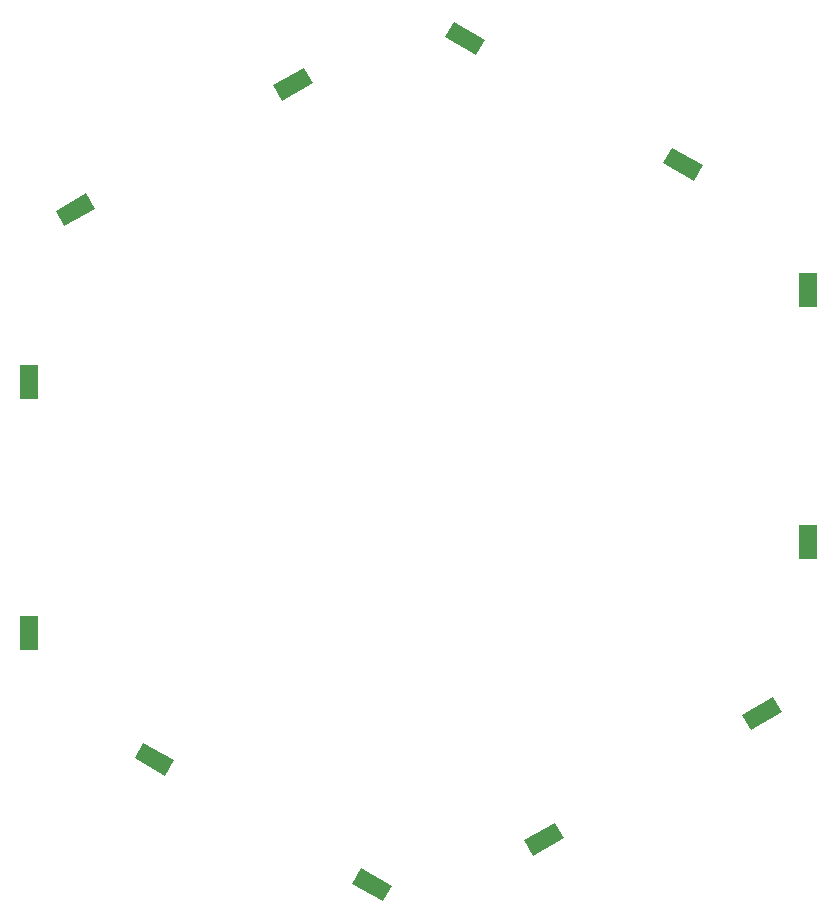
<source format=gbp>
G04 #@! TF.GenerationSoftware,KiCad,Pcbnew,5.1.5+dfsg1-2build2*
G04 #@! TF.CreationDate,2021-12-29T18:43:51+01:00*
G04 #@! TF.ProjectId,hex_top,6865785f-746f-4702-9e6b-696361645f70,rev?*
G04 #@! TF.SameCoordinates,Original*
G04 #@! TF.FileFunction,Paste,Bot*
G04 #@! TF.FilePolarity,Positive*
%FSLAX46Y46*%
G04 Gerber Fmt 4.6, Leading zero omitted, Abs format (unit mm)*
G04 Created by KiCad (PCBNEW 5.1.5+dfsg1-2build2) date 2021-12-29 18:43:51*
%MOMM*%
%LPD*%
G04 APERTURE LIST*
%ADD10C,0.100000*%
%ADD11R,1.500000X3.000000*%
G04 APERTURE END LIST*
D10*
G36*
X87697615Y-68131643D02*
G01*
X90295691Y-66631643D01*
X91045691Y-67930681D01*
X88447615Y-69430681D01*
X87697615Y-68131643D01*
G37*
G36*
X69268593Y-78771643D02*
G01*
X71866669Y-77271643D01*
X72616669Y-78570681D01*
X70018593Y-80070681D01*
X69268593Y-78771643D01*
G37*
G36*
X121447615Y-73411643D02*
G01*
X124045691Y-74911643D01*
X123295691Y-76210681D01*
X120697615Y-74710681D01*
X121447615Y-73411643D01*
G37*
G36*
X103018593Y-62771643D02*
G01*
X105616669Y-64271643D01*
X104866669Y-65570681D01*
X102268593Y-64070681D01*
X103018593Y-62771643D01*
G37*
D11*
X133000000Y-106780000D03*
X133000000Y-85500000D03*
D10*
G36*
X112302385Y-131868357D02*
G01*
X109704309Y-133368357D01*
X108954309Y-132069319D01*
X111552385Y-130569319D01*
X112302385Y-131868357D01*
G37*
G36*
X130731407Y-121228357D02*
G01*
X128133331Y-122728357D01*
X127383331Y-121429319D01*
X129981407Y-119929319D01*
X130731407Y-121228357D01*
G37*
G36*
X78552385Y-126588357D02*
G01*
X75954309Y-125088357D01*
X76704309Y-123789319D01*
X79302385Y-125289319D01*
X78552385Y-126588357D01*
G37*
G36*
X96981407Y-137228357D02*
G01*
X94383331Y-135728357D01*
X95133331Y-134429319D01*
X97731407Y-135929319D01*
X96981407Y-137228357D01*
G37*
D11*
X67000000Y-93220000D03*
X67000000Y-114500000D03*
M02*

</source>
